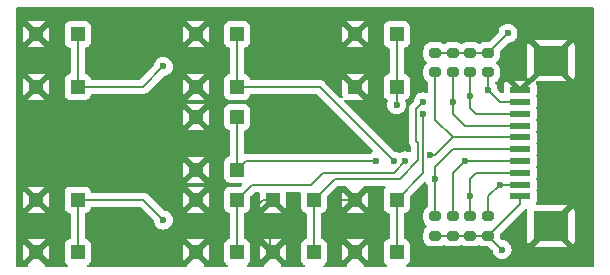
<source format=gbr>
%TF.GenerationSoftware,KiCad,Pcbnew,8.0.6-1.fc40*%
%TF.CreationDate,2025-02-15T18:16:13+01:00*%
%TF.ProjectId,airMouse-mouse,6169724d-6f75-4736-952d-6d6f7573652e,RC1*%
%TF.SameCoordinates,Original*%
%TF.FileFunction,Copper,L1,Top*%
%TF.FilePolarity,Positive*%
%FSLAX46Y46*%
G04 Gerber Fmt 4.6, Leading zero omitted, Abs format (unit mm)*
G04 Created by KiCad (PCBNEW 8.0.6-1.fc40) date 2025-02-15 18:16:13*
%MOMM*%
%LPD*%
G01*
G04 APERTURE LIST*
G04 Aperture macros list*
%AMRoundRect*
0 Rectangle with rounded corners*
0 $1 Rounding radius*
0 $2 $3 $4 $5 $6 $7 $8 $9 X,Y pos of 4 corners*
0 Add a 4 corners polygon primitive as box body*
4,1,4,$2,$3,$4,$5,$6,$7,$8,$9,$2,$3,0*
0 Add four circle primitives for the rounded corners*
1,1,$1+$1,$2,$3*
1,1,$1+$1,$4,$5*
1,1,$1+$1,$6,$7*
1,1,$1+$1,$8,$9*
0 Add four rect primitives between the rounded corners*
20,1,$1+$1,$2,$3,$4,$5,0*
20,1,$1+$1,$4,$5,$6,$7,0*
20,1,$1+$1,$6,$7,$8,$9,0*
20,1,$1+$1,$8,$9,$2,$3,0*%
G04 Aperture macros list end*
%TA.AperFunction,SMDPad,CuDef*%
%ADD10RoundRect,0.200000X-0.275000X0.200000X-0.275000X-0.200000X0.275000X-0.200000X0.275000X0.200000X0*%
%TD*%
%TA.AperFunction,SMDPad,CuDef*%
%ADD11R,1.200000X1.200000*%
%TD*%
%TA.AperFunction,SMDPad,CuDef*%
%ADD12RoundRect,0.200000X0.275000X-0.200000X0.275000X0.200000X-0.275000X0.200000X-0.275000X-0.200000X0*%
%TD*%
%TA.AperFunction,SMDPad,CuDef*%
%ADD13R,1.800000X0.600000*%
%TD*%
%TA.AperFunction,SMDPad,CuDef*%
%ADD14R,3.000000X2.500000*%
%TD*%
%TA.AperFunction,ViaPad*%
%ADD15C,0.600000*%
%TD*%
%TA.AperFunction,Conductor*%
%ADD16C,0.200000*%
%TD*%
G04 APERTURE END LIST*
D10*
%TO.P,R6,1*%
%TO.N,+3V3*%
X153500000Y-72350000D03*
%TO.P,R6,2*%
%TO.N,/DPI*%
X153500000Y-74000000D03*
%TD*%
D11*
%TO.P,SW5,1,A*%
%TO.N,GND*%
X131750000Y-84775000D03*
X131750000Y-89225000D03*
%TO.P,SW5,2,B*%
%TO.N,/SCRLDN*%
X135250000Y-84775000D03*
X135250000Y-89225000D03*
%TD*%
D10*
%TO.P,R8,1*%
%TO.N,+3V3*%
X156500000Y-72350000D03*
%TO.P,R8,2*%
%TO.N,/HOME*%
X156500000Y-74000000D03*
%TD*%
D12*
%TO.P,R1,1*%
%TO.N,+3V3*%
X156500000Y-87825000D03*
%TO.P,R1,2*%
%TO.N,/LMB*%
X156500000Y-86175000D03*
%TD*%
D11*
%TO.P,SW3,1,A*%
%TO.N,GND*%
X145250000Y-70775000D03*
X145250000Y-75225000D03*
%TO.P,SW3,2,B*%
%TO.N,/RMB*%
X148750000Y-70775000D03*
X148750000Y-75225000D03*
%TD*%
D12*
%TO.P,R4,1*%
%TO.N,+3V3*%
X152000000Y-87825000D03*
%TO.P,R4,2*%
%TO.N,/SCRLUP*%
X152000000Y-86175000D03*
%TD*%
D10*
%TO.P,R5,1*%
%TO.N,+3V3*%
X152000000Y-72350000D03*
%TO.P,R5,2*%
%TO.N,/SCRLDN*%
X152000000Y-74000000D03*
%TD*%
D12*
%TO.P,R3,1*%
%TO.N,+3V3*%
X153500000Y-87825000D03*
%TO.P,R3,2*%
%TO.N,/RMB*%
X153500000Y-86175000D03*
%TD*%
D11*
%TO.P,SW2,1,A*%
%TO.N,GND*%
X131750000Y-77775000D03*
X131750000Y-82225000D03*
%TO.P,SW2,2,B*%
%TO.N,/MMB*%
X135250000Y-77775000D03*
X135250000Y-82225000D03*
%TD*%
%TO.P,SW6,1,A*%
%TO.N,GND*%
X145250000Y-84775000D03*
X145250000Y-89225000D03*
%TO.P,SW6,2,B*%
%TO.N,/DPI*%
X148750000Y-84775000D03*
X148750000Y-89225000D03*
%TD*%
%TO.P,SW1,1,A*%
%TO.N,GND*%
X118250000Y-70775000D03*
X118250000Y-75225000D03*
%TO.P,SW1,2,B*%
%TO.N,/LMB*%
X121750000Y-70775000D03*
X121750000Y-75225000D03*
%TD*%
D13*
%TO.P,J1,1,Pin_1*%
%TO.N,+3V3*%
X159212500Y-84500000D03*
%TO.P,J1,2,Pin_2*%
%TO.N,/LMB*%
X159212500Y-83500000D03*
%TO.P,J1,3,Pin_3*%
%TO.N,/MMB*%
X159212500Y-82500000D03*
%TO.P,J1,4,Pin_4*%
%TO.N,/RMB*%
X159212500Y-81500000D03*
%TO.P,J1,5,Pin_5*%
%TO.N,/SCRLUP*%
X159212500Y-80500000D03*
%TO.P,J1,6,Pin_6*%
%TO.N,/SCRLDN*%
X159212500Y-79500000D03*
%TO.P,J1,7,Pin_7*%
%TO.N,/DPI*%
X159212500Y-78500000D03*
%TO.P,J1,8,Pin_8*%
%TO.N,/PRECISION*%
X159212500Y-77500000D03*
%TO.P,J1,9,Pin_9*%
%TO.N,/HOME*%
X159212500Y-76500000D03*
%TO.P,J1,10,Pin_10*%
%TO.N,GND*%
X159212500Y-75500000D03*
D14*
%TO.P,J1,MP,MountPin*%
X161812500Y-87000000D03*
X161812500Y-73000000D03*
%TD*%
D11*
%TO.P,SW4,1,A*%
%TO.N,GND*%
X131750000Y-70775000D03*
X131750000Y-75225000D03*
%TO.P,SW4,2,B*%
%TO.N,/SCRLUP*%
X135250000Y-70775000D03*
X135250000Y-75225000D03*
%TD*%
D12*
%TO.P,R2,1*%
%TO.N,+3V3*%
X155000000Y-87825000D03*
%TO.P,R2,2*%
%TO.N,/MMB*%
X155000000Y-86175000D03*
%TD*%
D11*
%TO.P,SW7,1,A*%
%TO.N,GND*%
X138250000Y-84775000D03*
X138250000Y-89225000D03*
%TO.P,SW7,2,B*%
%TO.N,/PRECISION*%
X141750000Y-84775000D03*
X141750000Y-89225000D03*
%TD*%
%TO.P,SW8,1,A*%
%TO.N,GND*%
X118250000Y-84775000D03*
X118250000Y-89225000D03*
%TO.P,SW8,2,B*%
%TO.N,/HOME*%
X121750000Y-84775000D03*
X121750000Y-89225000D03*
%TD*%
D10*
%TO.P,R7,1*%
%TO.N,+3V3*%
X155000000Y-72350000D03*
%TO.P,R7,2*%
%TO.N,/PRECISION*%
X155000000Y-74000000D03*
%TD*%
D15*
%TO.N,GND*%
X140000000Y-85000000D03*
X143500000Y-85000000D03*
X140000000Y-88000000D03*
X143500000Y-87750000D03*
X119250000Y-80250000D03*
X119250000Y-79500000D03*
X119250000Y-78750000D03*
X133500000Y-85500000D03*
X136750000Y-85500000D03*
X138000000Y-87500000D03*
X133500000Y-87500000D03*
%TO.N,/LMB*%
X129000000Y-73500000D03*
X157500000Y-83500000D03*
%TO.N,+3V3*%
X158175000Y-70675000D03*
X157675000Y-89000000D03*
%TO.N,/MMB*%
X155000000Y-84500000D03*
X147000000Y-81500000D03*
%TO.N,/RMB*%
X148750000Y-76750000D03*
X154500000Y-81500000D03*
%TO.N,/SCRLUP*%
X148500000Y-81500000D03*
X152000000Y-83000000D03*
%TO.N,/SCRLDN*%
X149500000Y-81500000D03*
X151600000Y-81000000D03*
%TO.N,/DPI*%
X151000000Y-77500000D03*
X153500000Y-76500000D03*
%TO.N,/PRECISION*%
X151000000Y-76500000D03*
X155000000Y-76000000D03*
%TO.N,/HOME*%
X156500000Y-75500000D03*
X129000000Y-86500000D03*
%TD*%
D16*
%TO.N,GND*%
X145250000Y-84775000D02*
X143725000Y-84775000D01*
X143725000Y-84775000D02*
X143500000Y-85000000D01*
X139500000Y-88500000D02*
X138975000Y-88500000D01*
X145250000Y-89225000D02*
X143775000Y-87750000D01*
X138975000Y-88500000D02*
X138250000Y-89225000D01*
X143775000Y-87750000D02*
X143500000Y-87750000D01*
X140000000Y-88000000D02*
X139500000Y-88500000D01*
X138250000Y-84775000D02*
X137475000Y-84775000D01*
X137475000Y-84775000D02*
X136750000Y-85500000D01*
X138000000Y-87500000D02*
X138000000Y-88975000D01*
X131750000Y-89225000D02*
X131775000Y-89225000D01*
X131775000Y-89225000D02*
X133500000Y-87500000D01*
X138000000Y-88975000D02*
X138250000Y-89225000D01*
%TO.N,/LMB*%
X127275000Y-75225000D02*
X129000000Y-73500000D01*
X156500000Y-86175000D02*
X156500000Y-84500000D01*
X156500000Y-84500000D02*
X157500000Y-83500000D01*
X157500000Y-83500000D02*
X159212500Y-83500000D01*
X121750000Y-75225000D02*
X127275000Y-75225000D01*
X121750000Y-70775000D02*
X121750000Y-75225000D01*
%TO.N,+3V3*%
X152000000Y-72350000D02*
X156500000Y-72350000D01*
X158175000Y-70675000D02*
X156500000Y-72350000D01*
X156500000Y-87825000D02*
X157675000Y-89000000D01*
X152000000Y-87825000D02*
X156500000Y-87825000D01*
X159212500Y-84500000D02*
X159212500Y-85112500D01*
X159212500Y-85112500D02*
X156500000Y-87825000D01*
%TO.N,/MMB*%
X135250000Y-77775000D02*
X135250000Y-82225000D01*
X135250000Y-82225000D02*
X135975000Y-81500000D01*
X155000000Y-83000000D02*
X155500000Y-82500000D01*
X155000000Y-84500000D02*
X155000000Y-83000000D01*
X135975000Y-81500000D02*
X147000000Y-81500000D01*
X155500000Y-82500000D02*
X159212500Y-82500000D01*
X155000000Y-86175000D02*
X155000000Y-84500000D01*
%TO.N,/RMB*%
X148750000Y-70775000D02*
X148750000Y-75225000D01*
X148750000Y-76750000D02*
X148750000Y-75225000D01*
X153500000Y-82500000D02*
X154500000Y-81500000D01*
X154500000Y-81500000D02*
X159212500Y-81500000D01*
X153500000Y-86175000D02*
X153500000Y-82500000D01*
%TO.N,/SCRLUP*%
X135250000Y-75225000D02*
X142225000Y-75225000D01*
X152000000Y-82000000D02*
X153500000Y-80500000D01*
X135250000Y-70775000D02*
X135250000Y-75225000D01*
X152000000Y-83000000D02*
X152000000Y-82000000D01*
X152000000Y-86175000D02*
X152000000Y-83000000D01*
X142225000Y-75225000D02*
X148500000Y-81500000D01*
X153500000Y-80500000D02*
X159212500Y-80500000D01*
%TO.N,/SCRLDN*%
X144000000Y-82500000D02*
X148500000Y-82500000D01*
X142500000Y-82500000D02*
X144000000Y-82500000D01*
X136525000Y-83500000D02*
X141500000Y-83500000D01*
X135250000Y-89225000D02*
X135250000Y-84775000D01*
X152000000Y-74000000D02*
X152000000Y-78000000D01*
X148500000Y-82500000D02*
X149500000Y-81500000D01*
X141500000Y-83500000D02*
X142500000Y-82500000D01*
X135250000Y-84775000D02*
X136525000Y-83500000D01*
X151600000Y-81000000D02*
X152000000Y-81000000D01*
X152000000Y-81000000D02*
X153500000Y-79500000D01*
X153500000Y-79500000D02*
X159212500Y-79500000D01*
X152000000Y-78000000D02*
X153500000Y-79500000D01*
%TO.N,/DPI*%
X148750000Y-89225000D02*
X148750000Y-84775000D01*
X153500000Y-74000000D02*
X153500000Y-76500000D01*
X153500000Y-76500000D02*
X153500000Y-77500000D01*
X153500000Y-77500000D02*
X154500000Y-78500000D01*
X148750000Y-84775000D02*
X151000000Y-82525000D01*
X154500000Y-78500000D02*
X159212500Y-78500000D01*
X151000000Y-82525000D02*
X151000000Y-77500000D01*
%TO.N,/PRECISION*%
X149000000Y-83000000D02*
X150600000Y-81400000D01*
X155000000Y-77000000D02*
X155500000Y-77500000D01*
X150600000Y-81400000D02*
X150600000Y-80000000D01*
X143525000Y-83000000D02*
X149000000Y-83000000D01*
X155000000Y-76000000D02*
X155000000Y-77000000D01*
X150600000Y-80000000D02*
X150400000Y-79800000D01*
X150400000Y-77100000D02*
X151000000Y-76500000D01*
X141750000Y-84775000D02*
X143525000Y-83000000D01*
X155000000Y-74000000D02*
X155000000Y-76000000D01*
X141750000Y-89225000D02*
X141750000Y-84775000D01*
X155500000Y-77500000D02*
X159212500Y-77500000D01*
X150400000Y-79800000D02*
X150400000Y-77100000D01*
%TO.N,/HOME*%
X156500000Y-74000000D02*
X156500000Y-75500000D01*
X157500000Y-76500000D02*
X159212500Y-76500000D01*
X121750000Y-84775000D02*
X127275000Y-84775000D01*
X127275000Y-84775000D02*
X129000000Y-86500000D01*
X121750000Y-89225000D02*
X121750000Y-84775000D01*
X156500000Y-75500000D02*
X157500000Y-76500000D01*
%TD*%
%TA.AperFunction,Conductor*%
%TO.N,GND*%
G36*
X165442539Y-68520185D02*
G01*
X165488294Y-68572989D01*
X165499500Y-68624500D01*
X165499500Y-90375500D01*
X165479815Y-90442539D01*
X165427011Y-90488294D01*
X165375500Y-90499500D01*
X149655656Y-90499500D01*
X149588617Y-90479815D01*
X149542862Y-90427011D01*
X149532918Y-90357853D01*
X149561943Y-90294297D01*
X149585893Y-90274996D01*
X149585231Y-90274112D01*
X149665136Y-90214293D01*
X149707546Y-90182546D01*
X149793796Y-90067331D01*
X149844091Y-89932483D01*
X149850500Y-89872873D01*
X149850499Y-88577128D01*
X149844091Y-88517517D01*
X149834608Y-88492093D01*
X149793797Y-88382671D01*
X149793793Y-88382664D01*
X149707547Y-88267455D01*
X149707544Y-88267452D01*
X149592335Y-88181206D01*
X149592328Y-88181202D01*
X149457482Y-88130908D01*
X149449938Y-88129126D01*
X149450474Y-88126853D01*
X149396688Y-88104571D01*
X149356843Y-88047177D01*
X149350500Y-88008024D01*
X149350500Y-85991976D01*
X149370185Y-85924937D01*
X149422989Y-85879182D01*
X149450135Y-85871736D01*
X149449932Y-85870876D01*
X149457479Y-85869092D01*
X149457481Y-85869091D01*
X149457483Y-85869091D01*
X149592331Y-85818796D01*
X149707546Y-85732546D01*
X149793796Y-85617331D01*
X149844091Y-85482483D01*
X149850500Y-85422873D01*
X149850499Y-84575096D01*
X149870183Y-84508058D01*
X149886813Y-84487421D01*
X151069995Y-83304239D01*
X151131316Y-83270756D01*
X151201008Y-83275740D01*
X151256941Y-83317612D01*
X151270722Y-83343471D01*
X151271188Y-83343247D01*
X151274207Y-83349516D01*
X151274211Y-83349522D01*
X151357116Y-83481465D01*
X151370185Y-83502263D01*
X151372445Y-83505097D01*
X151373334Y-83507275D01*
X151373889Y-83508158D01*
X151373734Y-83508255D01*
X151398855Y-83569783D01*
X151399500Y-83582412D01*
X151399500Y-85283284D01*
X151379815Y-85350323D01*
X151339652Y-85389400D01*
X151289811Y-85419530D01*
X151169530Y-85539811D01*
X151081522Y-85685393D01*
X151030913Y-85847807D01*
X151024500Y-85918386D01*
X151024500Y-86431613D01*
X151030913Y-86502192D01*
X151030913Y-86502194D01*
X151030914Y-86502196D01*
X151055113Y-86579856D01*
X151081522Y-86664606D01*
X151169530Y-86810188D01*
X151271661Y-86912319D01*
X151305146Y-86973642D01*
X151300162Y-87043334D01*
X151271661Y-87087681D01*
X151169531Y-87189810D01*
X151169530Y-87189811D01*
X151081522Y-87335393D01*
X151030913Y-87497807D01*
X151024500Y-87568386D01*
X151024500Y-88081613D01*
X151030913Y-88152192D01*
X151030913Y-88152194D01*
X151030914Y-88152196D01*
X151081522Y-88314606D01*
X151107377Y-88357376D01*
X151169530Y-88460188D01*
X151289811Y-88580469D01*
X151289813Y-88580470D01*
X151289815Y-88580472D01*
X151435394Y-88668478D01*
X151597804Y-88719086D01*
X151668384Y-88725500D01*
X151668387Y-88725500D01*
X152331613Y-88725500D01*
X152331616Y-88725500D01*
X152402196Y-88719086D01*
X152564606Y-88668478D01*
X152685853Y-88595180D01*
X152753404Y-88577346D01*
X152814145Y-88595180D01*
X152935394Y-88668478D01*
X153097804Y-88719086D01*
X153168384Y-88725500D01*
X153168387Y-88725500D01*
X153831613Y-88725500D01*
X153831616Y-88725500D01*
X153902196Y-88719086D01*
X154064606Y-88668478D01*
X154185853Y-88595180D01*
X154253404Y-88577346D01*
X154314145Y-88595180D01*
X154435394Y-88668478D01*
X154597804Y-88719086D01*
X154668384Y-88725500D01*
X154668387Y-88725500D01*
X155331613Y-88725500D01*
X155331616Y-88725500D01*
X155402196Y-88719086D01*
X155564606Y-88668478D01*
X155685853Y-88595180D01*
X155753404Y-88577346D01*
X155814145Y-88595180D01*
X155935394Y-88668478D01*
X156097804Y-88719086D01*
X156168384Y-88725500D01*
X156499903Y-88725500D01*
X156566942Y-88745185D01*
X156587584Y-88761819D01*
X156844298Y-89018533D01*
X156877783Y-89079856D01*
X156879837Y-89092330D01*
X156889630Y-89179249D01*
X156949210Y-89349521D01*
X157045184Y-89502262D01*
X157172738Y-89629816D01*
X157325478Y-89725789D01*
X157495745Y-89785368D01*
X157495750Y-89785369D01*
X157674996Y-89805565D01*
X157675000Y-89805565D01*
X157675004Y-89805565D01*
X157854249Y-89785369D01*
X157854252Y-89785368D01*
X157854255Y-89785368D01*
X158024522Y-89725789D01*
X158177262Y-89629816D01*
X158304816Y-89502262D01*
X158400789Y-89349522D01*
X158460368Y-89179255D01*
X158470162Y-89092330D01*
X158480565Y-89000003D01*
X158480565Y-88999996D01*
X158460369Y-88820750D01*
X158460368Y-88820745D01*
X158435613Y-88749999D01*
X160416052Y-88749999D01*
X160416053Y-88750000D01*
X163208947Y-88750000D01*
X163208947Y-88749999D01*
X161812500Y-87353553D01*
X160416052Y-88749999D01*
X158435613Y-88749999D01*
X158400788Y-88650476D01*
X158354693Y-88577116D01*
X158304816Y-88497738D01*
X158177262Y-88370184D01*
X158156872Y-88357372D01*
X158024521Y-88274210D01*
X157854249Y-88214630D01*
X157767330Y-88204837D01*
X157702916Y-88177770D01*
X157693533Y-88169298D01*
X157511819Y-87987584D01*
X157478334Y-87926261D01*
X157475500Y-87899903D01*
X157475500Y-87750096D01*
X157495185Y-87683057D01*
X157511814Y-87662420D01*
X159581213Y-85593021D01*
X159581216Y-85593020D01*
X159604968Y-85569267D01*
X159666287Y-85535784D01*
X159735979Y-85540768D01*
X159791913Y-85582638D01*
X159816331Y-85648102D01*
X159815936Y-85670206D01*
X159812500Y-85702155D01*
X159812500Y-88297844D01*
X159818901Y-88357372D01*
X159818903Y-88357379D01*
X159869145Y-88492086D01*
X159869149Y-88492093D01*
X159910977Y-88547967D01*
X159910978Y-88547968D01*
X161458948Y-86999999D01*
X162166053Y-86999999D01*
X162166053Y-87000000D01*
X163714020Y-88547967D01*
X163755851Y-88492090D01*
X163806097Y-88357376D01*
X163806098Y-88357372D01*
X163812499Y-88297844D01*
X163812500Y-88297827D01*
X163812500Y-85702172D01*
X163812499Y-85702155D01*
X163806098Y-85642627D01*
X163806097Y-85642623D01*
X163755851Y-85507908D01*
X163714020Y-85452030D01*
X162166053Y-86999999D01*
X161458948Y-86999999D01*
X161812500Y-86646447D01*
X163208947Y-85250000D01*
X160648557Y-85250000D01*
X160581518Y-85230315D01*
X160535763Y-85177511D01*
X160525819Y-85108353D01*
X160549292Y-85051687D01*
X160556295Y-85042332D01*
X160556296Y-85042331D01*
X160606591Y-84907483D01*
X160613000Y-84847873D01*
X160612999Y-84152128D01*
X160606591Y-84092517D01*
X160597307Y-84067626D01*
X160588247Y-84043334D01*
X160583262Y-83973643D01*
X160588247Y-83956665D01*
X160606589Y-83907488D01*
X160606588Y-83907488D01*
X160606591Y-83907483D01*
X160613000Y-83847873D01*
X160612999Y-83152128D01*
X160606591Y-83092517D01*
X160605301Y-83089059D01*
X160588247Y-83043334D01*
X160583262Y-82973643D01*
X160588247Y-82956665D01*
X160606589Y-82907488D01*
X160606588Y-82907488D01*
X160606591Y-82907483D01*
X160613000Y-82847873D01*
X160612999Y-82152128D01*
X160606591Y-82092517D01*
X160588247Y-82043334D01*
X160583262Y-81973643D01*
X160588247Y-81956665D01*
X160606589Y-81907488D01*
X160606588Y-81907488D01*
X160606591Y-81907483D01*
X160613000Y-81847873D01*
X160612999Y-81152128D01*
X160606591Y-81092517D01*
X160588247Y-81043334D01*
X160583262Y-80973643D01*
X160588247Y-80956665D01*
X160606589Y-80907488D01*
X160606588Y-80907488D01*
X160606591Y-80907483D01*
X160613000Y-80847873D01*
X160612999Y-80152128D01*
X160606591Y-80092517D01*
X160603294Y-80083677D01*
X160588247Y-80043334D01*
X160583262Y-79973643D01*
X160588247Y-79956665D01*
X160606589Y-79907488D01*
X160606588Y-79907488D01*
X160606591Y-79907483D01*
X160613000Y-79847873D01*
X160612999Y-79152128D01*
X160606591Y-79092517D01*
X160588247Y-79043334D01*
X160583262Y-78973643D01*
X160588247Y-78956665D01*
X160606589Y-78907488D01*
X160606588Y-78907488D01*
X160606591Y-78907483D01*
X160613000Y-78847873D01*
X160612999Y-78152128D01*
X160606591Y-78092517D01*
X160588247Y-78043334D01*
X160583262Y-77973643D01*
X160588247Y-77956665D01*
X160606589Y-77907488D01*
X160606588Y-77907488D01*
X160606591Y-77907483D01*
X160613000Y-77847873D01*
X160612999Y-77152128D01*
X160606591Y-77092517D01*
X160597307Y-77067626D01*
X160588247Y-77043334D01*
X160583262Y-76973643D01*
X160588247Y-76956665D01*
X160601572Y-76920939D01*
X160606591Y-76907483D01*
X160613000Y-76847873D01*
X160612999Y-76152128D01*
X160606591Y-76092517D01*
X160596597Y-76065723D01*
X160587980Y-76042618D01*
X160582995Y-75972927D01*
X160587980Y-75955949D01*
X160606097Y-75907375D01*
X160606098Y-75907372D01*
X160612499Y-75847844D01*
X160612500Y-75847827D01*
X160612500Y-75152172D01*
X160612499Y-75152155D01*
X160606098Y-75092627D01*
X160606096Y-75092620D01*
X160555854Y-74957913D01*
X160555852Y-74957910D01*
X160548667Y-74948312D01*
X160524249Y-74882849D01*
X160539100Y-74814575D01*
X160588504Y-74765169D01*
X160647933Y-74750000D01*
X163208947Y-74750000D01*
X163208947Y-74749999D01*
X161812500Y-73353553D01*
X160418641Y-74747410D01*
X160418638Y-74747411D01*
X160409374Y-74756677D01*
X160348053Y-74790165D01*
X160321688Y-74793000D01*
X160273052Y-74793000D01*
X159402871Y-75663181D01*
X159341548Y-75696666D01*
X159315190Y-75699500D01*
X159109809Y-75699500D01*
X159042770Y-75679815D01*
X159022128Y-75663181D01*
X158103318Y-74744371D01*
X158070412Y-74756646D01*
X158070404Y-74756651D01*
X157955312Y-74842809D01*
X157955309Y-74842812D01*
X157869149Y-74957906D01*
X157869145Y-74957913D01*
X157818903Y-75092620D01*
X157818901Y-75092627D01*
X157812500Y-75152155D01*
X157812500Y-75663902D01*
X157792815Y-75730941D01*
X157740011Y-75776696D01*
X157670853Y-75786640D01*
X157607297Y-75757615D01*
X157600819Y-75751583D01*
X157330700Y-75481465D01*
X157297215Y-75420142D01*
X157295163Y-75407686D01*
X157285368Y-75320745D01*
X157225789Y-75150478D01*
X157129816Y-74997738D01*
X157129814Y-74997736D01*
X157129813Y-74997734D01*
X157127550Y-74994896D01*
X157126659Y-74992715D01*
X157126111Y-74991842D01*
X157126264Y-74991745D01*
X157101144Y-74930209D01*
X157100500Y-74917587D01*
X157100500Y-74891715D01*
X157120185Y-74824676D01*
X157160349Y-74785598D01*
X157210185Y-74755472D01*
X157265657Y-74700000D01*
X158766053Y-74700000D01*
X159212500Y-75146446D01*
X159658946Y-74700000D01*
X158766053Y-74700000D01*
X157265657Y-74700000D01*
X157330472Y-74635185D01*
X157418478Y-74489606D01*
X157469086Y-74327196D01*
X157475500Y-74256616D01*
X157475500Y-73743384D01*
X157469086Y-73672804D01*
X157418478Y-73510394D01*
X157330472Y-73364815D01*
X157330470Y-73364813D01*
X157330469Y-73364811D01*
X157228339Y-73262681D01*
X157194854Y-73201358D01*
X157199838Y-73131666D01*
X157228339Y-73087319D01*
X157330468Y-72985189D01*
X157330469Y-72985188D01*
X157330472Y-72985185D01*
X157418478Y-72839606D01*
X157469086Y-72677196D01*
X157475500Y-72606616D01*
X157475500Y-72275097D01*
X157495185Y-72208058D01*
X157511819Y-72187416D01*
X157839513Y-71859722D01*
X157997080Y-71702155D01*
X159812500Y-71702155D01*
X159812500Y-74297844D01*
X159818901Y-74357372D01*
X159818903Y-74357379D01*
X159869145Y-74492086D01*
X159869149Y-74492093D01*
X159910977Y-74547967D01*
X159910978Y-74547968D01*
X161458947Y-73000000D01*
X161458947Y-72999999D01*
X162166053Y-72999999D01*
X162166053Y-73000000D01*
X163714020Y-74547967D01*
X163755851Y-74492090D01*
X163806097Y-74357376D01*
X163806098Y-74357372D01*
X163812499Y-74297844D01*
X163812500Y-74297827D01*
X163812500Y-71702172D01*
X163812499Y-71702155D01*
X163806098Y-71642627D01*
X163806097Y-71642623D01*
X163755851Y-71507908D01*
X163714020Y-71452030D01*
X162166053Y-72999999D01*
X161458947Y-72999999D01*
X159910977Y-71452030D01*
X159869147Y-71507910D01*
X159869145Y-71507913D01*
X159818903Y-71642620D01*
X159818901Y-71642627D01*
X159812500Y-71702155D01*
X157997080Y-71702155D01*
X158193536Y-71505698D01*
X158254857Y-71472215D01*
X158267310Y-71470163D01*
X158354255Y-71460368D01*
X158524522Y-71400789D01*
X158677262Y-71304816D01*
X158732078Y-71250000D01*
X160416052Y-71250000D01*
X161812500Y-72646447D01*
X163208947Y-71250000D01*
X160416052Y-71250000D01*
X158732078Y-71250000D01*
X158804816Y-71177262D01*
X158900789Y-71024522D01*
X158960368Y-70854255D01*
X158980565Y-70675000D01*
X158977419Y-70647081D01*
X158960369Y-70495750D01*
X158960368Y-70495745D01*
X158900788Y-70325476D01*
X158804815Y-70172737D01*
X158677262Y-70045184D01*
X158524523Y-69949211D01*
X158354254Y-69889631D01*
X158354249Y-69889630D01*
X158175004Y-69869435D01*
X158174996Y-69869435D01*
X157995750Y-69889630D01*
X157995745Y-69889631D01*
X157825476Y-69949211D01*
X157672737Y-70045184D01*
X157545184Y-70172737D01*
X157449210Y-70325478D01*
X157389630Y-70495750D01*
X157379837Y-70582667D01*
X157352770Y-70647081D01*
X157344298Y-70656464D01*
X156587584Y-71413181D01*
X156526261Y-71446666D01*
X156499903Y-71449500D01*
X156168384Y-71449500D01*
X156149145Y-71451248D01*
X156097807Y-71455913D01*
X155935393Y-71506522D01*
X155814150Y-71579817D01*
X155746595Y-71597653D01*
X155685850Y-71579817D01*
X155564606Y-71506522D01*
X155561968Y-71505700D01*
X155402196Y-71455914D01*
X155402194Y-71455913D01*
X155402192Y-71455913D01*
X155352778Y-71451423D01*
X155331616Y-71449500D01*
X154668384Y-71449500D01*
X154649145Y-71451248D01*
X154597807Y-71455913D01*
X154435393Y-71506522D01*
X154314150Y-71579817D01*
X154246595Y-71597653D01*
X154185850Y-71579817D01*
X154064606Y-71506522D01*
X154061968Y-71505700D01*
X153902196Y-71455914D01*
X153902194Y-71455913D01*
X153902192Y-71455913D01*
X153852778Y-71451423D01*
X153831616Y-71449500D01*
X153168384Y-71449500D01*
X153149145Y-71451248D01*
X153097807Y-71455913D01*
X152935393Y-71506522D01*
X152814150Y-71579817D01*
X152746595Y-71597653D01*
X152685850Y-71579817D01*
X152564606Y-71506522D01*
X152561968Y-71505700D01*
X152402196Y-71455914D01*
X152402194Y-71455913D01*
X152402192Y-71455913D01*
X152352778Y-71451423D01*
X152331616Y-71449500D01*
X151668384Y-71449500D01*
X151649145Y-71451248D01*
X151597807Y-71455913D01*
X151435393Y-71506522D01*
X151289811Y-71594530D01*
X151169530Y-71714811D01*
X151081522Y-71860393D01*
X151030913Y-72022807D01*
X151024500Y-72093386D01*
X151024500Y-72606613D01*
X151030913Y-72677192D01*
X151030913Y-72677194D01*
X151030914Y-72677196D01*
X151081522Y-72839606D01*
X151169530Y-72985188D01*
X151271661Y-73087319D01*
X151305146Y-73148642D01*
X151300162Y-73218334D01*
X151271661Y-73262681D01*
X151169531Y-73364810D01*
X151169530Y-73364811D01*
X151081522Y-73510393D01*
X151030913Y-73672807D01*
X151024500Y-73743386D01*
X151024500Y-74256613D01*
X151030913Y-74327192D01*
X151030913Y-74327194D01*
X151030914Y-74327196D01*
X151081522Y-74489606D01*
X151161355Y-74621666D01*
X151169530Y-74635188D01*
X151289811Y-74755469D01*
X151289813Y-74755470D01*
X151289815Y-74755472D01*
X151339650Y-74785598D01*
X151386838Y-74837126D01*
X151399500Y-74891715D01*
X151399500Y-75616936D01*
X151379815Y-75683975D01*
X151327011Y-75729730D01*
X151257853Y-75739674D01*
X151234547Y-75733978D01*
X151179260Y-75714633D01*
X151179249Y-75714630D01*
X151000004Y-75694435D01*
X150999996Y-75694435D01*
X150820750Y-75714630D01*
X150820745Y-75714631D01*
X150650476Y-75774211D01*
X150497737Y-75870184D01*
X150370184Y-75997737D01*
X150274210Y-76150478D01*
X150214630Y-76320750D01*
X150204837Y-76407668D01*
X150177770Y-76472082D01*
X150169299Y-76481465D01*
X150031286Y-76619478D01*
X149919481Y-76731282D01*
X149919479Y-76731284D01*
X149897532Y-76769299D01*
X149888255Y-76785368D01*
X149840423Y-76868215D01*
X149799499Y-77020943D01*
X149799499Y-77020945D01*
X149799499Y-77189046D01*
X149799500Y-77189059D01*
X149799500Y-79713330D01*
X149799499Y-79713348D01*
X149799499Y-79879054D01*
X149799498Y-79879054D01*
X149799499Y-79879057D01*
X149840423Y-80031785D01*
X149840424Y-80031786D01*
X149856468Y-80059577D01*
X149856469Y-80059578D01*
X149919475Y-80168709D01*
X149919481Y-80168717D01*
X149963181Y-80212417D01*
X149996666Y-80273740D01*
X149999500Y-80300098D01*
X149999500Y-80651928D01*
X149979815Y-80718967D01*
X149927011Y-80764722D01*
X149857853Y-80774666D01*
X149834546Y-80768970D01*
X149679257Y-80714632D01*
X149679249Y-80714630D01*
X149500004Y-80694435D01*
X149499996Y-80694435D01*
X149320750Y-80714630D01*
X149320737Y-80714633D01*
X149150479Y-80774209D01*
X149065971Y-80827309D01*
X148998734Y-80846309D01*
X148934029Y-80827309D01*
X148849523Y-80774211D01*
X148679249Y-80714630D01*
X148592330Y-80704837D01*
X148527916Y-80677770D01*
X148518533Y-80669298D01*
X144347954Y-76498719D01*
X144314469Y-76437396D01*
X144319453Y-76367704D01*
X144361325Y-76311771D01*
X144426789Y-76287354D01*
X144478968Y-76294856D01*
X144542620Y-76318596D01*
X144542627Y-76318598D01*
X144602155Y-76324999D01*
X144602172Y-76325000D01*
X145897828Y-76325000D01*
X145897844Y-76324999D01*
X145957372Y-76318598D01*
X145957378Y-76318597D01*
X145981168Y-76309723D01*
X145981168Y-76309722D01*
X145250000Y-75578553D01*
X144896446Y-75224999D01*
X145603553Y-75224999D01*
X145603553Y-75225000D01*
X146334722Y-75956168D01*
X146334723Y-75956168D01*
X146343597Y-75932378D01*
X146343598Y-75932372D01*
X146349999Y-75872844D01*
X146350000Y-75872827D01*
X146350000Y-74577172D01*
X146349999Y-74577155D01*
X146343598Y-74517624D01*
X146334722Y-74493829D01*
X145603553Y-75224999D01*
X144896446Y-75224999D01*
X144165276Y-74493829D01*
X144156401Y-74517626D01*
X144150000Y-74577155D01*
X144150000Y-75872844D01*
X144156401Y-75932372D01*
X144156403Y-75932383D01*
X144180143Y-75996032D01*
X144185127Y-76065723D01*
X144151641Y-76127046D01*
X144090318Y-76160531D01*
X144020626Y-76155545D01*
X143976280Y-76127045D01*
X142712590Y-74863355D01*
X142712588Y-74863352D01*
X142593717Y-74744481D01*
X142593716Y-74744480D01*
X142506904Y-74694360D01*
X142506904Y-74694359D01*
X142506900Y-74694358D01*
X142456785Y-74665423D01*
X142304057Y-74624499D01*
X142145943Y-74624499D01*
X142138347Y-74624499D01*
X142138331Y-74624500D01*
X136466977Y-74624500D01*
X136399938Y-74604815D01*
X136354183Y-74552011D01*
X136346733Y-74524865D01*
X136345876Y-74525068D01*
X136344092Y-74517520D01*
X136293797Y-74382671D01*
X136293793Y-74382664D01*
X136207547Y-74267455D01*
X136207544Y-74267452D01*
X136092335Y-74181206D01*
X136092328Y-74181202D01*
X135982599Y-74140276D01*
X144518829Y-74140276D01*
X145250000Y-74871446D01*
X145250001Y-74871446D01*
X145981169Y-74140276D01*
X145981168Y-74140275D01*
X145957382Y-74131403D01*
X145957372Y-74131401D01*
X145897844Y-74125000D01*
X144602155Y-74125000D01*
X144542626Y-74131401D01*
X144518829Y-74140276D01*
X135982599Y-74140276D01*
X135957482Y-74130908D01*
X135949938Y-74129126D01*
X135950474Y-74126853D01*
X135896688Y-74104571D01*
X135856843Y-74047177D01*
X135850500Y-74008024D01*
X135850500Y-71991976D01*
X135870185Y-71924937D01*
X135922989Y-71879182D01*
X135950135Y-71871736D01*
X135949932Y-71870876D01*
X135957479Y-71869092D01*
X135957481Y-71869091D01*
X135957483Y-71869091D01*
X135982603Y-71859722D01*
X144518829Y-71859722D01*
X144518829Y-71859723D01*
X144542624Y-71868598D01*
X144602155Y-71874999D01*
X144602172Y-71875000D01*
X145897828Y-71875000D01*
X145897844Y-71874999D01*
X145957372Y-71868598D01*
X145957378Y-71868597D01*
X145981168Y-71859723D01*
X145981168Y-71859722D01*
X145250001Y-71128553D01*
X145250000Y-71128553D01*
X144518829Y-71859722D01*
X135982603Y-71859722D01*
X136092331Y-71818796D01*
X136207546Y-71732546D01*
X136293796Y-71617331D01*
X136344091Y-71482483D01*
X136350500Y-71422873D01*
X136350499Y-70127155D01*
X144150000Y-70127155D01*
X144150000Y-71422844D01*
X144156401Y-71482372D01*
X144156403Y-71482382D01*
X144165275Y-71506168D01*
X144165276Y-71506169D01*
X144896446Y-70775000D01*
X144896446Y-70774999D01*
X145603553Y-70774999D01*
X145603553Y-70775000D01*
X146334722Y-71506168D01*
X146334723Y-71506168D01*
X146343597Y-71482378D01*
X146343598Y-71482372D01*
X146349999Y-71422844D01*
X146350000Y-71422827D01*
X146350000Y-70127172D01*
X146349999Y-70127155D01*
X146349997Y-70127135D01*
X147649500Y-70127135D01*
X147649500Y-71422870D01*
X147649501Y-71422876D01*
X147655908Y-71482483D01*
X147706202Y-71617328D01*
X147706206Y-71617335D01*
X147792452Y-71732544D01*
X147792455Y-71732547D01*
X147907664Y-71818793D01*
X147907671Y-71818797D01*
X148042517Y-71869091D01*
X148050062Y-71870874D01*
X148049523Y-71873151D01*
X148103287Y-71895408D01*
X148143147Y-71952793D01*
X148149500Y-71991975D01*
X148149500Y-74008023D01*
X148129815Y-74075062D01*
X148077011Y-74120817D01*
X148049865Y-74128266D01*
X148050068Y-74129124D01*
X148042520Y-74130907D01*
X147907671Y-74181202D01*
X147907664Y-74181206D01*
X147792455Y-74267452D01*
X147792452Y-74267455D01*
X147706206Y-74382664D01*
X147706202Y-74382671D01*
X147655908Y-74517517D01*
X147652200Y-74552011D01*
X147649501Y-74577123D01*
X147649500Y-74577135D01*
X147649500Y-75872870D01*
X147649501Y-75872876D01*
X147655908Y-75932483D01*
X147706202Y-76067328D01*
X147706206Y-76067335D01*
X147792452Y-76182544D01*
X147792455Y-76182547D01*
X147907664Y-76268793D01*
X147907671Y-76268797D01*
X147937678Y-76279989D01*
X147993612Y-76321860D01*
X148018029Y-76387324D01*
X148011387Y-76437125D01*
X147964632Y-76570742D01*
X147964630Y-76570750D01*
X147944435Y-76749996D01*
X147944435Y-76750003D01*
X147964630Y-76929249D01*
X147964631Y-76929254D01*
X148024211Y-77099523D01*
X148080471Y-77189059D01*
X148120184Y-77252262D01*
X148247738Y-77379816D01*
X148400478Y-77475789D01*
X148570745Y-77535368D01*
X148570750Y-77535369D01*
X148749996Y-77555565D01*
X148750000Y-77555565D01*
X148750004Y-77555565D01*
X148929249Y-77535369D01*
X148929252Y-77535368D01*
X148929255Y-77535368D01*
X149099522Y-77475789D01*
X149252262Y-77379816D01*
X149379816Y-77252262D01*
X149475789Y-77099522D01*
X149535368Y-76929255D01*
X149536305Y-76920939D01*
X149555565Y-76750003D01*
X149555565Y-76749996D01*
X149535369Y-76570750D01*
X149535366Y-76570737D01*
X149488613Y-76437126D01*
X149485051Y-76367347D01*
X149519779Y-76306720D01*
X149562322Y-76279989D01*
X149592326Y-76268798D01*
X149592326Y-76268797D01*
X149592331Y-76268796D01*
X149707546Y-76182546D01*
X149793796Y-76067331D01*
X149844091Y-75932483D01*
X149850500Y-75872873D01*
X149850499Y-74577128D01*
X149844091Y-74517517D01*
X149834608Y-74492093D01*
X149793797Y-74382671D01*
X149793793Y-74382664D01*
X149707547Y-74267455D01*
X149707544Y-74267452D01*
X149592335Y-74181206D01*
X149592328Y-74181202D01*
X149457482Y-74130908D01*
X149449938Y-74129126D01*
X149450474Y-74126853D01*
X149396688Y-74104571D01*
X149356843Y-74047177D01*
X149350500Y-74008024D01*
X149350500Y-71991976D01*
X149370185Y-71924937D01*
X149422989Y-71879182D01*
X149450135Y-71871736D01*
X149449932Y-71870876D01*
X149457479Y-71869092D01*
X149457481Y-71869091D01*
X149457483Y-71869091D01*
X149592331Y-71818796D01*
X149707546Y-71732546D01*
X149793796Y-71617331D01*
X149844091Y-71482483D01*
X149850500Y-71422873D01*
X149850499Y-70127128D01*
X149844091Y-70067517D01*
X149835761Y-70045184D01*
X149793797Y-69932671D01*
X149793793Y-69932664D01*
X149707547Y-69817455D01*
X149707544Y-69817452D01*
X149592335Y-69731206D01*
X149592328Y-69731202D01*
X149457482Y-69680908D01*
X149457483Y-69680908D01*
X149397883Y-69674501D01*
X149397881Y-69674500D01*
X149397873Y-69674500D01*
X149397864Y-69674500D01*
X148102129Y-69674500D01*
X148102123Y-69674501D01*
X148042516Y-69680908D01*
X147907671Y-69731202D01*
X147907664Y-69731206D01*
X147792455Y-69817452D01*
X147792452Y-69817455D01*
X147706206Y-69932664D01*
X147706202Y-69932671D01*
X147655908Y-70067517D01*
X147649501Y-70127116D01*
X147649501Y-70127123D01*
X147649500Y-70127135D01*
X146349997Y-70127135D01*
X146343598Y-70067624D01*
X146334722Y-70043829D01*
X145603553Y-70774999D01*
X144896446Y-70774999D01*
X144165276Y-70043829D01*
X144156401Y-70067626D01*
X144150000Y-70127155D01*
X136350499Y-70127155D01*
X136350499Y-70127128D01*
X136344091Y-70067517D01*
X136335761Y-70045184D01*
X136293797Y-69932671D01*
X136293793Y-69932664D01*
X136207547Y-69817455D01*
X136207544Y-69817452D01*
X136092335Y-69731206D01*
X136092328Y-69731202D01*
X135982599Y-69690276D01*
X144518829Y-69690276D01*
X145250000Y-70421446D01*
X145250001Y-70421446D01*
X145981169Y-69690276D01*
X145981168Y-69690275D01*
X145957382Y-69681403D01*
X145957372Y-69681401D01*
X145897844Y-69675000D01*
X144602155Y-69675000D01*
X144542626Y-69681401D01*
X144518829Y-69690276D01*
X135982599Y-69690276D01*
X135957482Y-69680908D01*
X135957483Y-69680908D01*
X135897883Y-69674501D01*
X135897881Y-69674500D01*
X135897873Y-69674500D01*
X135897864Y-69674500D01*
X134602129Y-69674500D01*
X134602123Y-69674501D01*
X134542516Y-69680908D01*
X134407671Y-69731202D01*
X134407664Y-69731206D01*
X134292455Y-69817452D01*
X134292452Y-69817455D01*
X134206206Y-69932664D01*
X134206202Y-69932671D01*
X134155908Y-70067517D01*
X134149501Y-70127116D01*
X134149501Y-70127123D01*
X134149500Y-70127135D01*
X134149500Y-71422870D01*
X134149501Y-71422876D01*
X134155908Y-71482483D01*
X134206202Y-71617328D01*
X134206206Y-71617335D01*
X134292452Y-71732544D01*
X134292455Y-71732547D01*
X134407664Y-71818793D01*
X134407671Y-71818797D01*
X134542517Y-71869091D01*
X134550062Y-71870874D01*
X134549523Y-71873151D01*
X134603287Y-71895408D01*
X134643147Y-71952793D01*
X134649500Y-71991975D01*
X134649500Y-74008023D01*
X134629815Y-74075062D01*
X134577011Y-74120817D01*
X134549865Y-74128266D01*
X134550068Y-74129124D01*
X134542520Y-74130907D01*
X134407671Y-74181202D01*
X134407664Y-74181206D01*
X134292455Y-74267452D01*
X134292452Y-74267455D01*
X134206206Y-74382664D01*
X134206202Y-74382671D01*
X134155908Y-74517517D01*
X134152200Y-74552011D01*
X134149501Y-74577123D01*
X134149500Y-74577135D01*
X134149500Y-75872870D01*
X134149501Y-75872876D01*
X134155908Y-75932483D01*
X134206202Y-76067328D01*
X134206206Y-76067335D01*
X134292452Y-76182544D01*
X134292455Y-76182547D01*
X134407664Y-76268793D01*
X134407671Y-76268797D01*
X134542517Y-76319091D01*
X134542516Y-76319091D01*
X134549444Y-76319835D01*
X134602127Y-76325500D01*
X135897872Y-76325499D01*
X135957483Y-76319091D01*
X136092331Y-76268796D01*
X136207546Y-76182546D01*
X136293796Y-76067331D01*
X136344091Y-75932483D01*
X136344091Y-75932481D01*
X136345874Y-75924938D01*
X136348146Y-75925474D01*
X136370429Y-75871688D01*
X136427823Y-75831843D01*
X136466976Y-75825500D01*
X141924903Y-75825500D01*
X141991942Y-75845185D01*
X142012584Y-75861819D01*
X146714278Y-80563513D01*
X146747763Y-80624836D01*
X146742779Y-80694528D01*
X146700907Y-80750461D01*
X146667554Y-80768235D01*
X146650478Y-80774210D01*
X146497736Y-80870185D01*
X146494903Y-80872445D01*
X146492724Y-80873334D01*
X146491842Y-80873889D01*
X146491744Y-80873734D01*
X146430217Y-80898855D01*
X146417588Y-80899500D01*
X136061669Y-80899500D01*
X136061653Y-80899499D01*
X136054057Y-80899499D01*
X135974500Y-80899499D01*
X135907461Y-80879814D01*
X135861706Y-80827010D01*
X135850500Y-80775499D01*
X135850500Y-78991976D01*
X135870185Y-78924937D01*
X135922989Y-78879182D01*
X135950135Y-78871736D01*
X135949932Y-78870876D01*
X135957479Y-78869092D01*
X135957481Y-78869091D01*
X135957483Y-78869091D01*
X136092331Y-78818796D01*
X136207546Y-78732546D01*
X136293796Y-78617331D01*
X136344091Y-78482483D01*
X136350500Y-78422873D01*
X136350499Y-77127128D01*
X136344091Y-77067517D01*
X136335071Y-77043334D01*
X136293797Y-76932671D01*
X136293793Y-76932664D01*
X136207547Y-76817455D01*
X136207544Y-76817452D01*
X136092335Y-76731206D01*
X136092328Y-76731202D01*
X135957482Y-76680908D01*
X135957483Y-76680908D01*
X135897883Y-76674501D01*
X135897881Y-76674500D01*
X135897873Y-76674500D01*
X135897864Y-76674500D01*
X134602129Y-76674500D01*
X134602123Y-76674501D01*
X134542516Y-76680908D01*
X134407671Y-76731202D01*
X134407664Y-76731206D01*
X134292455Y-76817452D01*
X134292452Y-76817455D01*
X134206206Y-76932664D01*
X134206202Y-76932671D01*
X134155908Y-77067517D01*
X134149501Y-77127116D01*
X134149501Y-77127123D01*
X134149500Y-77127135D01*
X134149500Y-78422870D01*
X134149501Y-78422876D01*
X134155908Y-78482483D01*
X134206202Y-78617328D01*
X134206206Y-78617335D01*
X134292452Y-78732544D01*
X134292455Y-78732547D01*
X134407664Y-78818793D01*
X134407671Y-78818797D01*
X134542517Y-78869091D01*
X134550062Y-78870874D01*
X134549523Y-78873151D01*
X134603287Y-78895408D01*
X134643147Y-78952793D01*
X134649500Y-78991975D01*
X134649500Y-81008023D01*
X134629815Y-81075062D01*
X134577011Y-81120817D01*
X134549865Y-81128266D01*
X134550068Y-81129124D01*
X134542520Y-81130907D01*
X134407671Y-81181202D01*
X134407664Y-81181206D01*
X134292455Y-81267452D01*
X134292452Y-81267455D01*
X134206206Y-81382664D01*
X134206202Y-81382671D01*
X134155908Y-81517517D01*
X134149501Y-81577116D01*
X134149500Y-81577135D01*
X134149500Y-82872870D01*
X134149501Y-82872876D01*
X134155908Y-82932483D01*
X134206202Y-83067328D01*
X134206206Y-83067335D01*
X134292452Y-83182544D01*
X134292455Y-83182547D01*
X134407664Y-83268793D01*
X134407671Y-83268797D01*
X134542517Y-83319091D01*
X134542516Y-83319091D01*
X134549444Y-83319835D01*
X134602127Y-83325500D01*
X135550902Y-83325499D01*
X135617941Y-83345183D01*
X135663696Y-83397987D01*
X135673640Y-83467146D01*
X135644615Y-83530702D01*
X135638583Y-83537180D01*
X135537582Y-83638181D01*
X135476259Y-83671666D01*
X135449901Y-83674500D01*
X134602129Y-83674500D01*
X134602123Y-83674501D01*
X134542516Y-83680908D01*
X134407671Y-83731202D01*
X134407664Y-83731206D01*
X134292455Y-83817452D01*
X134292452Y-83817455D01*
X134206206Y-83932664D01*
X134206202Y-83932671D01*
X134155908Y-84067517D01*
X134149501Y-84127116D01*
X134149500Y-84127135D01*
X134149500Y-85422870D01*
X134149501Y-85422876D01*
X134155908Y-85482483D01*
X134206202Y-85617328D01*
X134206206Y-85617335D01*
X134292452Y-85732544D01*
X134292455Y-85732547D01*
X134407664Y-85818793D01*
X134407671Y-85818797D01*
X134542517Y-85869091D01*
X134550062Y-85870874D01*
X134549523Y-85873151D01*
X134603287Y-85895408D01*
X134643147Y-85952793D01*
X134649500Y-85991975D01*
X134649500Y-88008023D01*
X134629815Y-88075062D01*
X134577011Y-88120817D01*
X134549865Y-88128266D01*
X134550068Y-88129124D01*
X134542520Y-88130907D01*
X134407671Y-88181202D01*
X134407664Y-88181206D01*
X134292455Y-88267452D01*
X134292452Y-88267455D01*
X134206206Y-88382664D01*
X134206202Y-88382671D01*
X134155908Y-88517517D01*
X134149501Y-88577116D01*
X134149501Y-88577123D01*
X134149500Y-88577135D01*
X134149500Y-89872870D01*
X134149501Y-89872876D01*
X134155908Y-89932483D01*
X134206202Y-90067328D01*
X134206206Y-90067335D01*
X134292452Y-90182544D01*
X134292455Y-90182547D01*
X134414769Y-90274112D01*
X134413247Y-90276144D01*
X134453177Y-90316075D01*
X134468028Y-90384348D01*
X134443610Y-90449812D01*
X134387676Y-90491682D01*
X134344344Y-90499500D01*
X132593761Y-90499500D01*
X132526722Y-90479815D01*
X132480967Y-90427011D01*
X132471023Y-90357853D01*
X132472594Y-90349144D01*
X132481168Y-90309722D01*
X131750001Y-89578553D01*
X131750000Y-89578553D01*
X131018829Y-90309722D01*
X131027405Y-90349142D01*
X131022421Y-90418833D01*
X130980550Y-90474767D01*
X130915085Y-90499184D01*
X130906239Y-90499500D01*
X122655656Y-90499500D01*
X122588617Y-90479815D01*
X122542862Y-90427011D01*
X122532918Y-90357853D01*
X122561943Y-90294297D01*
X122585893Y-90274996D01*
X122585231Y-90274112D01*
X122665136Y-90214293D01*
X122707546Y-90182546D01*
X122793796Y-90067331D01*
X122844091Y-89932483D01*
X122850500Y-89872873D01*
X122850499Y-88577155D01*
X130650000Y-88577155D01*
X130650000Y-89872844D01*
X130656401Y-89932372D01*
X130656403Y-89932382D01*
X130665275Y-89956168D01*
X130665276Y-89956169D01*
X131396446Y-89225000D01*
X131396446Y-89224999D01*
X132103553Y-89224999D01*
X132103553Y-89225000D01*
X132834722Y-89956168D01*
X132834723Y-89956168D01*
X132843597Y-89932378D01*
X132843598Y-89932372D01*
X132849999Y-89872844D01*
X132850000Y-89872827D01*
X132850000Y-88577172D01*
X132849999Y-88577155D01*
X132843598Y-88517624D01*
X132834722Y-88493829D01*
X132103553Y-89224999D01*
X131396446Y-89224999D01*
X130665276Y-88493829D01*
X130656401Y-88517626D01*
X130650000Y-88577155D01*
X122850499Y-88577155D01*
X122850499Y-88577128D01*
X122844091Y-88517517D01*
X122834608Y-88492093D01*
X122793797Y-88382671D01*
X122793793Y-88382664D01*
X122707547Y-88267455D01*
X122707544Y-88267452D01*
X122592335Y-88181206D01*
X122592328Y-88181202D01*
X122482599Y-88140276D01*
X131018829Y-88140276D01*
X131750000Y-88871446D01*
X131750001Y-88871446D01*
X132481169Y-88140276D01*
X132481168Y-88140275D01*
X132457382Y-88131403D01*
X132457372Y-88131401D01*
X132397844Y-88125000D01*
X131102155Y-88125000D01*
X131042626Y-88131401D01*
X131018829Y-88140276D01*
X122482599Y-88140276D01*
X122457482Y-88130908D01*
X122449938Y-88129126D01*
X122450474Y-88126853D01*
X122396688Y-88104571D01*
X122356843Y-88047177D01*
X122350500Y-88008024D01*
X122350500Y-85991976D01*
X122370185Y-85924937D01*
X122422989Y-85879182D01*
X122450135Y-85871736D01*
X122449932Y-85870876D01*
X122457479Y-85869092D01*
X122457481Y-85869091D01*
X122457483Y-85869091D01*
X122592331Y-85818796D01*
X122707546Y-85732546D01*
X122793796Y-85617331D01*
X122844091Y-85482483D01*
X122844091Y-85482481D01*
X122845874Y-85474938D01*
X122848146Y-85475474D01*
X122870429Y-85421688D01*
X122927823Y-85381843D01*
X122966976Y-85375500D01*
X126974903Y-85375500D01*
X127041942Y-85395185D01*
X127062584Y-85411819D01*
X128169298Y-86518533D01*
X128202783Y-86579856D01*
X128204837Y-86592330D01*
X128214630Y-86679249D01*
X128274210Y-86849521D01*
X128300058Y-86890657D01*
X128370184Y-87002262D01*
X128497738Y-87129816D01*
X128650478Y-87225789D01*
X128820745Y-87285368D01*
X128820750Y-87285369D01*
X128999996Y-87305565D01*
X129000000Y-87305565D01*
X129000004Y-87305565D01*
X129179249Y-87285369D01*
X129179252Y-87285368D01*
X129179255Y-87285368D01*
X129349522Y-87225789D01*
X129502262Y-87129816D01*
X129629816Y-87002262D01*
X129725789Y-86849522D01*
X129785368Y-86679255D01*
X129795162Y-86592330D01*
X129805565Y-86500003D01*
X129805565Y-86499996D01*
X129785369Y-86320750D01*
X129785368Y-86320745D01*
X129725788Y-86150476D01*
X129686582Y-86088080D01*
X129629816Y-85997738D01*
X129502262Y-85870184D01*
X129485612Y-85859722D01*
X131018829Y-85859722D01*
X131018829Y-85859723D01*
X131042624Y-85868598D01*
X131102155Y-85874999D01*
X131102172Y-85875000D01*
X132397828Y-85875000D01*
X132397844Y-85874999D01*
X132457372Y-85868598D01*
X132457378Y-85868597D01*
X132481168Y-85859723D01*
X132481168Y-85859722D01*
X131750001Y-85128553D01*
X131750000Y-85128553D01*
X131018829Y-85859722D01*
X129485612Y-85859722D01*
X129466649Y-85847807D01*
X129349521Y-85774210D01*
X129179249Y-85714630D01*
X129092330Y-85704837D01*
X129027916Y-85677770D01*
X129018533Y-85669298D01*
X127762590Y-84413355D01*
X127762588Y-84413352D01*
X127643717Y-84294481D01*
X127643709Y-84294475D01*
X127524740Y-84225789D01*
X127524740Y-84225788D01*
X127524737Y-84225788D01*
X127506785Y-84215423D01*
X127354057Y-84174499D01*
X127195943Y-84174499D01*
X127188347Y-84174499D01*
X127188331Y-84174500D01*
X122966977Y-84174500D01*
X122899938Y-84154815D01*
X122875970Y-84127155D01*
X130650000Y-84127155D01*
X130650000Y-85422844D01*
X130656401Y-85482372D01*
X130656403Y-85482382D01*
X130665275Y-85506168D01*
X130665276Y-85506169D01*
X131396446Y-84775000D01*
X131396446Y-84774999D01*
X132103553Y-84774999D01*
X132103553Y-84775000D01*
X132834722Y-85506168D01*
X132834723Y-85506168D01*
X132843597Y-85482378D01*
X132843598Y-85482372D01*
X132849999Y-85422844D01*
X132850000Y-85422827D01*
X132850000Y-84127172D01*
X132849999Y-84127155D01*
X132843598Y-84067624D01*
X132834722Y-84043829D01*
X132103553Y-84774999D01*
X131396446Y-84774999D01*
X130665276Y-84043829D01*
X130656401Y-84067626D01*
X130650000Y-84127155D01*
X122875970Y-84127155D01*
X122854183Y-84102011D01*
X122846733Y-84074865D01*
X122845876Y-84075068D01*
X122844092Y-84067520D01*
X122793797Y-83932671D01*
X122793793Y-83932664D01*
X122707547Y-83817455D01*
X122707544Y-83817452D01*
X122592335Y-83731206D01*
X122592328Y-83731202D01*
X122482599Y-83690276D01*
X131018829Y-83690276D01*
X131750000Y-84421446D01*
X131750001Y-84421446D01*
X132481169Y-83690276D01*
X132481168Y-83690275D01*
X132457382Y-83681403D01*
X132457372Y-83681401D01*
X132397844Y-83675000D01*
X131102155Y-83675000D01*
X131042626Y-83681401D01*
X131018829Y-83690276D01*
X122482599Y-83690276D01*
X122457482Y-83680908D01*
X122457483Y-83680908D01*
X122397883Y-83674501D01*
X122397881Y-83674500D01*
X122397873Y-83674500D01*
X122397864Y-83674500D01*
X121102129Y-83674500D01*
X121102123Y-83674501D01*
X121042516Y-83680908D01*
X120907671Y-83731202D01*
X120907664Y-83731206D01*
X120792455Y-83817452D01*
X120792452Y-83817455D01*
X120706206Y-83932664D01*
X120706202Y-83932671D01*
X120655908Y-84067517D01*
X120649501Y-84127116D01*
X120649500Y-84127135D01*
X120649500Y-85422870D01*
X120649501Y-85422876D01*
X120655908Y-85482483D01*
X120706202Y-85617328D01*
X120706206Y-85617335D01*
X120792452Y-85732544D01*
X120792455Y-85732547D01*
X120907664Y-85818793D01*
X120907671Y-85818797D01*
X121042517Y-85869091D01*
X121050062Y-85870874D01*
X121049523Y-85873151D01*
X121103287Y-85895408D01*
X121143147Y-85952793D01*
X121149500Y-85991975D01*
X121149500Y-88008023D01*
X121129815Y-88075062D01*
X121077011Y-88120817D01*
X121049865Y-88128266D01*
X121050068Y-88129124D01*
X121042520Y-88130907D01*
X120907671Y-88181202D01*
X120907664Y-88181206D01*
X120792455Y-88267452D01*
X120792452Y-88267455D01*
X120706206Y-88382664D01*
X120706202Y-88382671D01*
X120655908Y-88517517D01*
X120649501Y-88577116D01*
X120649501Y-88577123D01*
X120649500Y-88577135D01*
X120649500Y-89872870D01*
X120649501Y-89872876D01*
X120655908Y-89932483D01*
X120706202Y-90067328D01*
X120706206Y-90067335D01*
X120792452Y-90182544D01*
X120792455Y-90182547D01*
X120914769Y-90274112D01*
X120913247Y-90276144D01*
X120953177Y-90316075D01*
X120968028Y-90384348D01*
X120943610Y-90449812D01*
X120887676Y-90491682D01*
X120844344Y-90499500D01*
X119093761Y-90499500D01*
X119026722Y-90479815D01*
X118980967Y-90427011D01*
X118971023Y-90357853D01*
X118972594Y-90349144D01*
X118981168Y-90309722D01*
X118250001Y-89578553D01*
X118250000Y-89578553D01*
X117518829Y-90309722D01*
X117527405Y-90349142D01*
X117522421Y-90418833D01*
X117480550Y-90474767D01*
X117415085Y-90499184D01*
X117406239Y-90499500D01*
X116624500Y-90499500D01*
X116557461Y-90479815D01*
X116511706Y-90427011D01*
X116500500Y-90375500D01*
X116500500Y-88577155D01*
X117150000Y-88577155D01*
X117150000Y-89872844D01*
X117156401Y-89932372D01*
X117156403Y-89932382D01*
X117165275Y-89956168D01*
X117165276Y-89956169D01*
X117896446Y-89225000D01*
X117896446Y-89224999D01*
X118603553Y-89224999D01*
X118603553Y-89225000D01*
X119334722Y-89956168D01*
X119334723Y-89956168D01*
X119343597Y-89932378D01*
X119343598Y-89932372D01*
X119349999Y-89872844D01*
X119350000Y-89872827D01*
X119350000Y-88577172D01*
X119349999Y-88577155D01*
X119343598Y-88517624D01*
X119334722Y-88493829D01*
X118603553Y-89224999D01*
X117896446Y-89224999D01*
X117165276Y-88493829D01*
X117156401Y-88517626D01*
X117150000Y-88577155D01*
X116500500Y-88577155D01*
X116500500Y-88140276D01*
X117518829Y-88140276D01*
X118250000Y-88871446D01*
X118250001Y-88871446D01*
X118981169Y-88140276D01*
X118981168Y-88140275D01*
X118957382Y-88131403D01*
X118957372Y-88131401D01*
X118897844Y-88125000D01*
X117602155Y-88125000D01*
X117542626Y-88131401D01*
X117518829Y-88140276D01*
X116500500Y-88140276D01*
X116500500Y-85859722D01*
X117518829Y-85859722D01*
X117518829Y-85859723D01*
X117542624Y-85868598D01*
X117602155Y-85874999D01*
X117602172Y-85875000D01*
X118897828Y-85875000D01*
X118897844Y-85874999D01*
X118957372Y-85868598D01*
X118957378Y-85868597D01*
X118981168Y-85859723D01*
X118981168Y-85859722D01*
X118250001Y-85128553D01*
X118250000Y-85128553D01*
X117518829Y-85859722D01*
X116500500Y-85859722D01*
X116500500Y-84127155D01*
X117150000Y-84127155D01*
X117150000Y-85422844D01*
X117156401Y-85482372D01*
X117156403Y-85482382D01*
X117165275Y-85506168D01*
X117165276Y-85506169D01*
X117896446Y-84775000D01*
X117896446Y-84774999D01*
X118603553Y-84774999D01*
X118603553Y-84775000D01*
X119334722Y-85506168D01*
X119334723Y-85506168D01*
X119343597Y-85482378D01*
X119343598Y-85482372D01*
X119349999Y-85422844D01*
X119350000Y-85422827D01*
X119350000Y-84127172D01*
X119349999Y-84127155D01*
X119343598Y-84067624D01*
X119334722Y-84043829D01*
X118603553Y-84774999D01*
X117896446Y-84774999D01*
X117165276Y-84043829D01*
X117156401Y-84067626D01*
X117150000Y-84127155D01*
X116500500Y-84127155D01*
X116500500Y-83690276D01*
X117518829Y-83690276D01*
X118250000Y-84421446D01*
X118250001Y-84421446D01*
X118981169Y-83690276D01*
X118981168Y-83690275D01*
X118957382Y-83681403D01*
X118957372Y-83681401D01*
X118897844Y-83675000D01*
X117602155Y-83675000D01*
X117542626Y-83681401D01*
X117518829Y-83690276D01*
X116500500Y-83690276D01*
X116500500Y-83309722D01*
X131018829Y-83309722D01*
X131018829Y-83309723D01*
X131042624Y-83318598D01*
X131102155Y-83324999D01*
X131102172Y-83325000D01*
X132397828Y-83325000D01*
X132397844Y-83324999D01*
X132457372Y-83318598D01*
X132457378Y-83318597D01*
X132481168Y-83309723D01*
X132481168Y-83309722D01*
X131750001Y-82578553D01*
X131750000Y-82578553D01*
X131018829Y-83309722D01*
X116500500Y-83309722D01*
X116500500Y-81577155D01*
X130650000Y-81577155D01*
X130650000Y-82872844D01*
X130656401Y-82932372D01*
X130656403Y-82932382D01*
X130665275Y-82956168D01*
X130665276Y-82956169D01*
X131396446Y-82225000D01*
X131396446Y-82224999D01*
X132103553Y-82224999D01*
X132103553Y-82225000D01*
X132834722Y-82956168D01*
X132834723Y-82956168D01*
X132843597Y-82932378D01*
X132843598Y-82932372D01*
X132849999Y-82872844D01*
X132850000Y-82872827D01*
X132850000Y-81577172D01*
X132849999Y-81577155D01*
X132843598Y-81517624D01*
X132834722Y-81493829D01*
X132103553Y-82224999D01*
X131396446Y-82224999D01*
X130665276Y-81493829D01*
X130656401Y-81517626D01*
X130650000Y-81577155D01*
X116500500Y-81577155D01*
X116500500Y-81140276D01*
X131018829Y-81140276D01*
X131750000Y-81871446D01*
X131750001Y-81871446D01*
X132481169Y-81140276D01*
X132481168Y-81140275D01*
X132457382Y-81131403D01*
X132457372Y-81131401D01*
X132397844Y-81125000D01*
X131102155Y-81125000D01*
X131042626Y-81131401D01*
X131018829Y-81140276D01*
X116500500Y-81140276D01*
X116500500Y-78859722D01*
X131018829Y-78859722D01*
X131018829Y-78859723D01*
X131042624Y-78868598D01*
X131102155Y-78874999D01*
X131102172Y-78875000D01*
X132397828Y-78875000D01*
X132397844Y-78874999D01*
X132457372Y-78868598D01*
X132457378Y-78868597D01*
X132481168Y-78859723D01*
X132481168Y-78859722D01*
X131750001Y-78128553D01*
X131750000Y-78128553D01*
X131018829Y-78859722D01*
X116500500Y-78859722D01*
X116500500Y-77127155D01*
X130650000Y-77127155D01*
X130650000Y-78422844D01*
X130656401Y-78482372D01*
X130656403Y-78482382D01*
X130665275Y-78506168D01*
X130665276Y-78506169D01*
X131396446Y-77775000D01*
X131396446Y-77774999D01*
X132103553Y-77774999D01*
X132103553Y-77775000D01*
X132834722Y-78506168D01*
X132834723Y-78506168D01*
X132843597Y-78482378D01*
X132843598Y-78482372D01*
X132849999Y-78422844D01*
X132850000Y-78422827D01*
X132850000Y-77127172D01*
X132849999Y-77127155D01*
X132843598Y-77067624D01*
X132834722Y-77043829D01*
X132103553Y-77774999D01*
X131396446Y-77774999D01*
X130665276Y-77043829D01*
X130656401Y-77067626D01*
X130650000Y-77127155D01*
X116500500Y-77127155D01*
X116500500Y-76690276D01*
X131018829Y-76690276D01*
X131750000Y-77421446D01*
X131750001Y-77421446D01*
X132481169Y-76690276D01*
X132481168Y-76690275D01*
X132457382Y-76681403D01*
X132457372Y-76681401D01*
X132397844Y-76675000D01*
X131102155Y-76675000D01*
X131042626Y-76681401D01*
X131018829Y-76690276D01*
X116500500Y-76690276D01*
X116500500Y-76309722D01*
X117518829Y-76309722D01*
X117518829Y-76309723D01*
X117542624Y-76318598D01*
X117602155Y-76324999D01*
X117602172Y-76325000D01*
X118897828Y-76325000D01*
X118897844Y-76324999D01*
X118957372Y-76318598D01*
X118957378Y-76318597D01*
X118981168Y-76309723D01*
X118981168Y-76309722D01*
X118250001Y-75578553D01*
X118250000Y-75578553D01*
X117518829Y-76309722D01*
X116500500Y-76309722D01*
X116500500Y-74577155D01*
X117150000Y-74577155D01*
X117150000Y-75872844D01*
X117156401Y-75932372D01*
X117156403Y-75932382D01*
X117165275Y-75956168D01*
X117165276Y-75956169D01*
X117896446Y-75225000D01*
X117896446Y-75224999D01*
X118603553Y-75224999D01*
X118603553Y-75225000D01*
X119334722Y-75956168D01*
X119334723Y-75956168D01*
X119343597Y-75932378D01*
X119343598Y-75932372D01*
X119349999Y-75872844D01*
X119350000Y-75872827D01*
X119350000Y-74577172D01*
X119349999Y-74577155D01*
X119343598Y-74517624D01*
X119334722Y-74493829D01*
X118603553Y-75224999D01*
X117896446Y-75224999D01*
X117165276Y-74493829D01*
X117156401Y-74517626D01*
X117150000Y-74577155D01*
X116500500Y-74577155D01*
X116500500Y-74140276D01*
X117518829Y-74140276D01*
X118250000Y-74871446D01*
X118250001Y-74871446D01*
X118981169Y-74140276D01*
X118981168Y-74140275D01*
X118957382Y-74131403D01*
X118957372Y-74131401D01*
X118897844Y-74125000D01*
X117602155Y-74125000D01*
X117542626Y-74131401D01*
X117518829Y-74140276D01*
X116500500Y-74140276D01*
X116500500Y-71859722D01*
X117518829Y-71859722D01*
X117518829Y-71859723D01*
X117542624Y-71868598D01*
X117602155Y-71874999D01*
X117602172Y-71875000D01*
X118897828Y-71875000D01*
X118897844Y-71874999D01*
X118957372Y-71868598D01*
X118957378Y-71868597D01*
X118981168Y-71859723D01*
X118981168Y-71859722D01*
X118250001Y-71128553D01*
X118250000Y-71128553D01*
X117518829Y-71859722D01*
X116500500Y-71859722D01*
X116500500Y-70127155D01*
X117150000Y-70127155D01*
X117150000Y-71422844D01*
X117156401Y-71482372D01*
X117156403Y-71482382D01*
X117165275Y-71506168D01*
X117165276Y-71506169D01*
X117896446Y-70775000D01*
X117896446Y-70774999D01*
X118603553Y-70774999D01*
X118603553Y-70775000D01*
X119334722Y-71506168D01*
X119334723Y-71506168D01*
X119343597Y-71482378D01*
X119343598Y-71482372D01*
X119349999Y-71422844D01*
X119350000Y-71422827D01*
X119350000Y-70127172D01*
X119349999Y-70127155D01*
X119349997Y-70127135D01*
X120649500Y-70127135D01*
X120649500Y-71422870D01*
X120649501Y-71422876D01*
X120655908Y-71482483D01*
X120706202Y-71617328D01*
X120706206Y-71617335D01*
X120792452Y-71732544D01*
X120792455Y-71732547D01*
X120907664Y-71818793D01*
X120907671Y-71818797D01*
X121042517Y-71869091D01*
X121050062Y-71870874D01*
X121049523Y-71873151D01*
X121103287Y-71895408D01*
X121143147Y-71952793D01*
X121149500Y-71991975D01*
X121149500Y-74008023D01*
X121129815Y-74075062D01*
X121077011Y-74120817D01*
X121049865Y-74128266D01*
X121050068Y-74129124D01*
X121042520Y-74130907D01*
X120907671Y-74181202D01*
X120907664Y-74181206D01*
X120792455Y-74267452D01*
X120792452Y-74267455D01*
X120706206Y-74382664D01*
X120706202Y-74382671D01*
X120655908Y-74517517D01*
X120652200Y-74552011D01*
X120649501Y-74577123D01*
X120649500Y-74577135D01*
X120649500Y-75872870D01*
X120649501Y-75872876D01*
X120655908Y-75932483D01*
X120706202Y-76067328D01*
X120706206Y-76067335D01*
X120792452Y-76182544D01*
X120792455Y-76182547D01*
X120907664Y-76268793D01*
X120907671Y-76268797D01*
X121042517Y-76319091D01*
X121042516Y-76319091D01*
X121049444Y-76319835D01*
X121102127Y-76325500D01*
X122397872Y-76325499D01*
X122457483Y-76319091D01*
X122482603Y-76309722D01*
X131018829Y-76309722D01*
X131018829Y-76309723D01*
X131042624Y-76318598D01*
X131102155Y-76324999D01*
X131102172Y-76325000D01*
X132397828Y-76325000D01*
X132397844Y-76324999D01*
X132457372Y-76318598D01*
X132457378Y-76318597D01*
X132481168Y-76309723D01*
X132481168Y-76309722D01*
X131750001Y-75578553D01*
X131750000Y-75578553D01*
X131018829Y-76309722D01*
X122482603Y-76309722D01*
X122592331Y-76268796D01*
X122707546Y-76182546D01*
X122793796Y-76067331D01*
X122844091Y-75932483D01*
X122844091Y-75932481D01*
X122845874Y-75924938D01*
X122848146Y-75925474D01*
X122870429Y-75871688D01*
X122927823Y-75831843D01*
X122966976Y-75825500D01*
X127188331Y-75825500D01*
X127188347Y-75825501D01*
X127195943Y-75825501D01*
X127354054Y-75825501D01*
X127354057Y-75825501D01*
X127506785Y-75784577D01*
X127556904Y-75755639D01*
X127643716Y-75705520D01*
X127755520Y-75593716D01*
X127755520Y-75593714D01*
X127765728Y-75583507D01*
X127765730Y-75583504D01*
X128772078Y-74577155D01*
X130650000Y-74577155D01*
X130650000Y-75872844D01*
X130656401Y-75932372D01*
X130656403Y-75932382D01*
X130665275Y-75956168D01*
X130665276Y-75956169D01*
X131396446Y-75225000D01*
X131396446Y-75224999D01*
X132103553Y-75224999D01*
X132103553Y-75225000D01*
X132834722Y-75956168D01*
X132834723Y-75956168D01*
X132843597Y-75932378D01*
X132843598Y-75932372D01*
X132849999Y-75872844D01*
X132850000Y-75872827D01*
X132850000Y-74577172D01*
X132849999Y-74577155D01*
X132843598Y-74517624D01*
X132834722Y-74493829D01*
X132103553Y-75224999D01*
X131396446Y-75224999D01*
X130665276Y-74493829D01*
X130656401Y-74517626D01*
X130650000Y-74577155D01*
X128772078Y-74577155D01*
X129018535Y-74330698D01*
X129079856Y-74297215D01*
X129092311Y-74295163D01*
X129179255Y-74285368D01*
X129349522Y-74225789D01*
X129485615Y-74140276D01*
X131018829Y-74140276D01*
X131750000Y-74871446D01*
X131750001Y-74871446D01*
X132481169Y-74140276D01*
X132481168Y-74140275D01*
X132457382Y-74131403D01*
X132457372Y-74131401D01*
X132397844Y-74125000D01*
X131102155Y-74125000D01*
X131042626Y-74131401D01*
X131018829Y-74140276D01*
X129485615Y-74140276D01*
X129502262Y-74129816D01*
X129629816Y-74002262D01*
X129725789Y-73849522D01*
X129785368Y-73679255D01*
X129805565Y-73500000D01*
X129802419Y-73472082D01*
X129785369Y-73320750D01*
X129785368Y-73320745D01*
X129772630Y-73284343D01*
X129725789Y-73150478D01*
X129724635Y-73148642D01*
X129631237Y-73000000D01*
X129629816Y-72997738D01*
X129502262Y-72870184D01*
X129349523Y-72774211D01*
X129179254Y-72714631D01*
X129179249Y-72714630D01*
X129000004Y-72694435D01*
X128999996Y-72694435D01*
X128820750Y-72714630D01*
X128820745Y-72714631D01*
X128650476Y-72774211D01*
X128497737Y-72870184D01*
X128370184Y-72997737D01*
X128274210Y-73150478D01*
X128214630Y-73320750D01*
X128204837Y-73407668D01*
X128177770Y-73472082D01*
X128169298Y-73481465D01*
X127062584Y-74588181D01*
X127001261Y-74621666D01*
X126974903Y-74624500D01*
X122966977Y-74624500D01*
X122899938Y-74604815D01*
X122854183Y-74552011D01*
X122846733Y-74524865D01*
X122845876Y-74525068D01*
X122844092Y-74517520D01*
X122793797Y-74382671D01*
X122793793Y-74382664D01*
X122707547Y-74267455D01*
X122707544Y-74267452D01*
X122592335Y-74181206D01*
X122592328Y-74181202D01*
X122457482Y-74130908D01*
X122449938Y-74129126D01*
X122450474Y-74126853D01*
X122396688Y-74104571D01*
X122356843Y-74047177D01*
X122350500Y-74008024D01*
X122350500Y-71991976D01*
X122370185Y-71924937D01*
X122422989Y-71879182D01*
X122450135Y-71871736D01*
X122449932Y-71870876D01*
X122457479Y-71869092D01*
X122457481Y-71869091D01*
X122457483Y-71869091D01*
X122482603Y-71859722D01*
X131018829Y-71859722D01*
X131018829Y-71859723D01*
X131042624Y-71868598D01*
X131102155Y-71874999D01*
X131102172Y-71875000D01*
X132397828Y-71875000D01*
X132397844Y-71874999D01*
X132457372Y-71868598D01*
X132457378Y-71868597D01*
X132481168Y-71859723D01*
X132481168Y-71859722D01*
X131750001Y-71128553D01*
X131750000Y-71128553D01*
X131018829Y-71859722D01*
X122482603Y-71859722D01*
X122592331Y-71818796D01*
X122707546Y-71732546D01*
X122793796Y-71617331D01*
X122844091Y-71482483D01*
X122850500Y-71422873D01*
X122850499Y-70127155D01*
X130650000Y-70127155D01*
X130650000Y-71422844D01*
X130656401Y-71482372D01*
X130656403Y-71482382D01*
X130665275Y-71506168D01*
X130665276Y-71506169D01*
X131396446Y-70775000D01*
X131396446Y-70774999D01*
X132103553Y-70774999D01*
X132103553Y-70775000D01*
X132834722Y-71506168D01*
X132834723Y-71506168D01*
X132843597Y-71482378D01*
X132843598Y-71482372D01*
X132849999Y-71422844D01*
X132850000Y-71422827D01*
X132850000Y-70127172D01*
X132849999Y-70127155D01*
X132843598Y-70067624D01*
X132834722Y-70043829D01*
X132103553Y-70774999D01*
X131396446Y-70774999D01*
X130665276Y-70043829D01*
X130656401Y-70067626D01*
X130650000Y-70127155D01*
X122850499Y-70127155D01*
X122850499Y-70127128D01*
X122844091Y-70067517D01*
X122835761Y-70045184D01*
X122793797Y-69932671D01*
X122793793Y-69932664D01*
X122707547Y-69817455D01*
X122707544Y-69817452D01*
X122592335Y-69731206D01*
X122592328Y-69731202D01*
X122482599Y-69690276D01*
X131018829Y-69690276D01*
X131750000Y-70421446D01*
X131750001Y-70421446D01*
X132481169Y-69690276D01*
X132481168Y-69690275D01*
X132457382Y-69681403D01*
X132457372Y-69681401D01*
X132397844Y-69675000D01*
X131102155Y-69675000D01*
X131042626Y-69681401D01*
X131018829Y-69690276D01*
X122482599Y-69690276D01*
X122457482Y-69680908D01*
X122457483Y-69680908D01*
X122397883Y-69674501D01*
X122397881Y-69674500D01*
X122397873Y-69674500D01*
X122397864Y-69674500D01*
X121102129Y-69674500D01*
X121102123Y-69674501D01*
X121042516Y-69680908D01*
X120907671Y-69731202D01*
X120907664Y-69731206D01*
X120792455Y-69817452D01*
X120792452Y-69817455D01*
X120706206Y-69932664D01*
X120706202Y-69932671D01*
X120655908Y-70067517D01*
X120649501Y-70127116D01*
X120649501Y-70127123D01*
X120649500Y-70127135D01*
X119349997Y-70127135D01*
X119343598Y-70067624D01*
X119334722Y-70043829D01*
X118603553Y-70774999D01*
X117896446Y-70774999D01*
X117165276Y-70043829D01*
X117156401Y-70067626D01*
X117150000Y-70127155D01*
X116500500Y-70127155D01*
X116500500Y-69690276D01*
X117518829Y-69690276D01*
X118250000Y-70421446D01*
X118250001Y-70421446D01*
X118981169Y-69690276D01*
X118981168Y-69690275D01*
X118957382Y-69681403D01*
X118957372Y-69681401D01*
X118897844Y-69675000D01*
X117602155Y-69675000D01*
X117542626Y-69681401D01*
X117518829Y-69690276D01*
X116500500Y-69690276D01*
X116500500Y-68624500D01*
X116520185Y-68557461D01*
X116572989Y-68511706D01*
X116624500Y-68500500D01*
X165375500Y-68500500D01*
X165442539Y-68520185D01*
G37*
%TD.AperFunction*%
%TA.AperFunction,Conductor*%
G36*
X137093039Y-84120185D02*
G01*
X137138794Y-84172989D01*
X137150000Y-84224500D01*
X137150000Y-85422844D01*
X137156401Y-85482372D01*
X137156403Y-85482382D01*
X137165275Y-85506168D01*
X137165276Y-85506169D01*
X138162318Y-84509127D01*
X138223641Y-84475642D01*
X138293333Y-84480626D01*
X138337680Y-84509127D01*
X139334722Y-85506168D01*
X139334723Y-85506168D01*
X139343597Y-85482378D01*
X139343598Y-85482372D01*
X139349999Y-85422844D01*
X139350000Y-85422827D01*
X139350000Y-84224500D01*
X139369685Y-84157461D01*
X139422489Y-84111706D01*
X139474000Y-84100500D01*
X140525500Y-84100500D01*
X140592539Y-84120185D01*
X140638294Y-84172989D01*
X140649500Y-84224500D01*
X140649500Y-85422870D01*
X140649501Y-85422876D01*
X140655908Y-85482483D01*
X140706202Y-85617328D01*
X140706206Y-85617335D01*
X140792452Y-85732544D01*
X140792455Y-85732547D01*
X140907664Y-85818793D01*
X140907671Y-85818797D01*
X141042517Y-85869091D01*
X141050062Y-85870874D01*
X141049523Y-85873151D01*
X141103287Y-85895408D01*
X141143147Y-85952793D01*
X141149500Y-85991975D01*
X141149500Y-88008023D01*
X141129815Y-88075062D01*
X141077011Y-88120817D01*
X141049865Y-88128266D01*
X141050068Y-88129124D01*
X141042520Y-88130907D01*
X140907671Y-88181202D01*
X140907664Y-88181206D01*
X140792455Y-88267452D01*
X140792452Y-88267455D01*
X140706206Y-88382664D01*
X140706202Y-88382671D01*
X140655908Y-88517517D01*
X140649501Y-88577116D01*
X140649501Y-88577123D01*
X140649500Y-88577135D01*
X140649500Y-89872870D01*
X140649501Y-89872876D01*
X140655908Y-89932483D01*
X140706202Y-90067328D01*
X140706206Y-90067335D01*
X140792452Y-90182544D01*
X140792455Y-90182547D01*
X140914769Y-90274112D01*
X140913247Y-90276144D01*
X140953177Y-90316075D01*
X140968028Y-90384348D01*
X140943610Y-90449812D01*
X140887676Y-90491682D01*
X140844344Y-90499500D01*
X139093761Y-90499500D01*
X139026722Y-90479815D01*
X138980967Y-90427011D01*
X138971023Y-90357853D01*
X138972594Y-90349144D01*
X138981168Y-90309722D01*
X138250001Y-89578553D01*
X138250000Y-89578553D01*
X137518829Y-90309722D01*
X137527405Y-90349142D01*
X137522421Y-90418833D01*
X137480550Y-90474767D01*
X137415085Y-90499184D01*
X137406239Y-90499500D01*
X136155656Y-90499500D01*
X136088617Y-90479815D01*
X136042862Y-90427011D01*
X136032918Y-90357853D01*
X136061943Y-90294297D01*
X136085893Y-90274996D01*
X136085231Y-90274112D01*
X136165136Y-90214293D01*
X136207546Y-90182546D01*
X136293796Y-90067331D01*
X136344091Y-89932483D01*
X136350500Y-89872873D01*
X136350499Y-88577155D01*
X137150000Y-88577155D01*
X137150000Y-89872844D01*
X137156401Y-89932372D01*
X137156403Y-89932382D01*
X137165275Y-89956168D01*
X137165276Y-89956169D01*
X137896446Y-89225000D01*
X137896446Y-89224999D01*
X138603553Y-89224999D01*
X138603553Y-89225000D01*
X139334722Y-89956168D01*
X139334723Y-89956168D01*
X139343597Y-89932378D01*
X139343598Y-89932372D01*
X139349999Y-89872844D01*
X139350000Y-89872827D01*
X139350000Y-88577172D01*
X139349999Y-88577155D01*
X139343598Y-88517624D01*
X139334722Y-88493829D01*
X138603553Y-89224999D01*
X137896446Y-89224999D01*
X137165276Y-88493829D01*
X137156401Y-88517626D01*
X137150000Y-88577155D01*
X136350499Y-88577155D01*
X136350499Y-88577128D01*
X136344091Y-88517517D01*
X136334608Y-88492093D01*
X136293797Y-88382671D01*
X136293793Y-88382664D01*
X136207547Y-88267455D01*
X136207544Y-88267452D01*
X136092335Y-88181206D01*
X136092328Y-88181202D01*
X135982599Y-88140276D01*
X137518829Y-88140276D01*
X138250000Y-88871446D01*
X138250001Y-88871446D01*
X138981169Y-88140276D01*
X138981168Y-88140275D01*
X138957382Y-88131403D01*
X138957372Y-88131401D01*
X138897844Y-88125000D01*
X137602155Y-88125000D01*
X137542626Y-88131401D01*
X137518829Y-88140276D01*
X135982599Y-88140276D01*
X135957482Y-88130908D01*
X135949938Y-88129126D01*
X135950474Y-88126853D01*
X135896688Y-88104571D01*
X135856843Y-88047177D01*
X135850500Y-88008024D01*
X135850500Y-85991976D01*
X135870185Y-85924937D01*
X135922989Y-85879182D01*
X135950135Y-85871736D01*
X135949932Y-85870876D01*
X135957479Y-85869092D01*
X135957481Y-85869091D01*
X135957483Y-85869091D01*
X135982603Y-85859722D01*
X137518829Y-85859722D01*
X137518829Y-85859723D01*
X137542624Y-85868598D01*
X137602155Y-85874999D01*
X137602172Y-85875000D01*
X138897828Y-85875000D01*
X138897844Y-85874999D01*
X138957372Y-85868598D01*
X138957378Y-85868597D01*
X138981168Y-85859723D01*
X138981168Y-85859722D01*
X138250001Y-85128553D01*
X138250000Y-85128553D01*
X137518829Y-85859722D01*
X135982603Y-85859722D01*
X136092331Y-85818796D01*
X136207546Y-85732546D01*
X136293796Y-85617331D01*
X136344091Y-85482483D01*
X136350500Y-85422873D01*
X136350499Y-84575096D01*
X136370183Y-84508058D01*
X136386818Y-84487416D01*
X136737416Y-84136819D01*
X136798739Y-84103334D01*
X136825097Y-84100500D01*
X137026000Y-84100500D01*
X137093039Y-84120185D01*
G37*
%TD.AperFunction*%
%TA.AperFunction,Conductor*%
G36*
X144451523Y-83620185D02*
G01*
X144470854Y-83642494D01*
X144470951Y-83642398D01*
X145250000Y-84421446D01*
X145250001Y-84421446D01*
X146026288Y-83645156D01*
X146041197Y-83625238D01*
X146106660Y-83600816D01*
X146115514Y-83600500D01*
X147710046Y-83600500D01*
X147777085Y-83620185D01*
X147822840Y-83672989D01*
X147832784Y-83742147D01*
X147803759Y-83805703D01*
X147797727Y-83812181D01*
X147792452Y-83817455D01*
X147706206Y-83932664D01*
X147706202Y-83932671D01*
X147655908Y-84067517D01*
X147649501Y-84127116D01*
X147649500Y-84127135D01*
X147649500Y-85422870D01*
X147649501Y-85422876D01*
X147655908Y-85482483D01*
X147706202Y-85617328D01*
X147706206Y-85617335D01*
X147792452Y-85732544D01*
X147792455Y-85732547D01*
X147907664Y-85818793D01*
X147907671Y-85818797D01*
X148042517Y-85869091D01*
X148050062Y-85870874D01*
X148049523Y-85873151D01*
X148103287Y-85895408D01*
X148143147Y-85952793D01*
X148149500Y-85991975D01*
X148149500Y-88008023D01*
X148129815Y-88075062D01*
X148077011Y-88120817D01*
X148049865Y-88128266D01*
X148050068Y-88129124D01*
X148042520Y-88130907D01*
X147907671Y-88181202D01*
X147907664Y-88181206D01*
X147792455Y-88267452D01*
X147792452Y-88267455D01*
X147706206Y-88382664D01*
X147706202Y-88382671D01*
X147655908Y-88517517D01*
X147649501Y-88577116D01*
X147649501Y-88577123D01*
X147649500Y-88577135D01*
X147649500Y-89872870D01*
X147649501Y-89872876D01*
X147655908Y-89932483D01*
X147706202Y-90067328D01*
X147706206Y-90067335D01*
X147792452Y-90182544D01*
X147792455Y-90182547D01*
X147914769Y-90274112D01*
X147913247Y-90276144D01*
X147953177Y-90316075D01*
X147968028Y-90384348D01*
X147943610Y-90449812D01*
X147887676Y-90491682D01*
X147844344Y-90499500D01*
X146093761Y-90499500D01*
X146026722Y-90479815D01*
X145980967Y-90427011D01*
X145971023Y-90357853D01*
X145972594Y-90349144D01*
X145981168Y-90309722D01*
X145250001Y-89578553D01*
X145250000Y-89578553D01*
X144518829Y-90309722D01*
X144527405Y-90349142D01*
X144522421Y-90418833D01*
X144480550Y-90474767D01*
X144415085Y-90499184D01*
X144406239Y-90499500D01*
X142655656Y-90499500D01*
X142588617Y-90479815D01*
X142542862Y-90427011D01*
X142532918Y-90357853D01*
X142561943Y-90294297D01*
X142585893Y-90274996D01*
X142585231Y-90274112D01*
X142665136Y-90214293D01*
X142707546Y-90182546D01*
X142793796Y-90067331D01*
X142844091Y-89932483D01*
X142850500Y-89872873D01*
X142850499Y-88577155D01*
X144150000Y-88577155D01*
X144150000Y-89872844D01*
X144156401Y-89932372D01*
X144156403Y-89932382D01*
X144165275Y-89956168D01*
X144165276Y-89956169D01*
X144896446Y-89225000D01*
X144896446Y-89224999D01*
X145603553Y-89224999D01*
X145603553Y-89225000D01*
X146334722Y-89956168D01*
X146334723Y-89956168D01*
X146343597Y-89932378D01*
X146343598Y-89932372D01*
X146349999Y-89872844D01*
X146350000Y-89872827D01*
X146350000Y-88577172D01*
X146349999Y-88577155D01*
X146343598Y-88517624D01*
X146334722Y-88493829D01*
X145603553Y-89224999D01*
X144896446Y-89224999D01*
X144165276Y-88493829D01*
X144156401Y-88517626D01*
X144150000Y-88577155D01*
X142850499Y-88577155D01*
X142850499Y-88577128D01*
X142844091Y-88517517D01*
X142834608Y-88492093D01*
X142793797Y-88382671D01*
X142793793Y-88382664D01*
X142707547Y-88267455D01*
X142707544Y-88267452D01*
X142592335Y-88181206D01*
X142592328Y-88181202D01*
X142482599Y-88140276D01*
X144518829Y-88140276D01*
X145250000Y-88871446D01*
X145250001Y-88871446D01*
X145981169Y-88140276D01*
X145981168Y-88140275D01*
X145957382Y-88131403D01*
X145957372Y-88131401D01*
X145897844Y-88125000D01*
X144602155Y-88125000D01*
X144542626Y-88131401D01*
X144518829Y-88140276D01*
X142482599Y-88140276D01*
X142457482Y-88130908D01*
X142449938Y-88129126D01*
X142450474Y-88126853D01*
X142396688Y-88104571D01*
X142356843Y-88047177D01*
X142350500Y-88008024D01*
X142350500Y-85991976D01*
X142370185Y-85924937D01*
X142422989Y-85879182D01*
X142450135Y-85871736D01*
X142449932Y-85870876D01*
X142457479Y-85869092D01*
X142457481Y-85869091D01*
X142457483Y-85869091D01*
X142482603Y-85859722D01*
X144518829Y-85859722D01*
X144518829Y-85859723D01*
X144542624Y-85868598D01*
X144602155Y-85874999D01*
X144602172Y-85875000D01*
X145897828Y-85875000D01*
X145897844Y-85874999D01*
X145957372Y-85868598D01*
X145957378Y-85868597D01*
X145981168Y-85859723D01*
X145981168Y-85859722D01*
X145250001Y-85128553D01*
X145250000Y-85128553D01*
X144518829Y-85859722D01*
X142482603Y-85859722D01*
X142592331Y-85818796D01*
X142707546Y-85732546D01*
X142793796Y-85617331D01*
X142844091Y-85482483D01*
X142850500Y-85422873D01*
X142850499Y-84575095D01*
X142870183Y-84508057D01*
X142886813Y-84487420D01*
X143247079Y-84127155D01*
X144150000Y-84127155D01*
X144150000Y-85422844D01*
X144156401Y-85482372D01*
X144156403Y-85482382D01*
X144165275Y-85506168D01*
X144165276Y-85506169D01*
X144896446Y-84775000D01*
X144896446Y-84774999D01*
X145603553Y-84774999D01*
X145603553Y-84775000D01*
X146334722Y-85506168D01*
X146334723Y-85506168D01*
X146343597Y-85482378D01*
X146343598Y-85482372D01*
X146349999Y-85422844D01*
X146350000Y-85422827D01*
X146350000Y-84127172D01*
X146349999Y-84127155D01*
X146343598Y-84067624D01*
X146334722Y-84043829D01*
X145603553Y-84774999D01*
X144896446Y-84774999D01*
X144165276Y-84043829D01*
X144156401Y-84067626D01*
X144150000Y-84127155D01*
X143247079Y-84127155D01*
X143737416Y-83636819D01*
X143798739Y-83603334D01*
X143825097Y-83600500D01*
X144384484Y-83600500D01*
X144451523Y-83620185D01*
G37*
%TD.AperFunction*%
%TD*%
M02*

</source>
